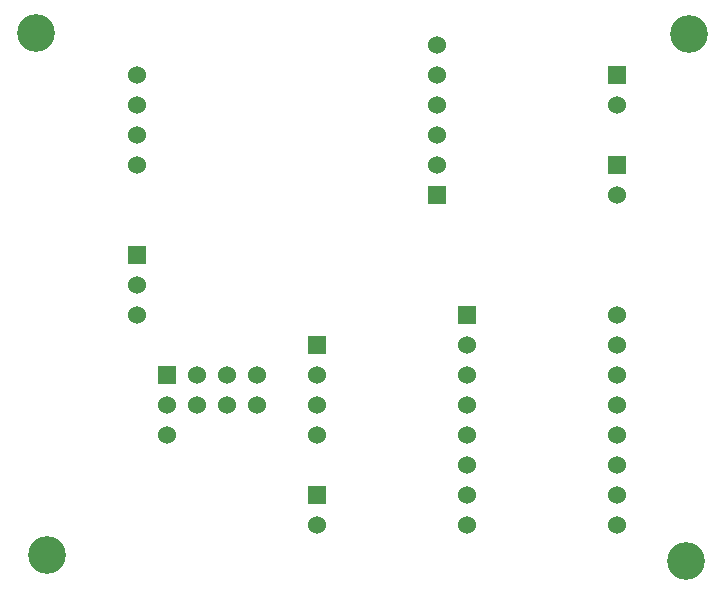
<source format=gbr>
%TF.GenerationSoftware,KiCad,Pcbnew,(6.0.2)*%
%TF.CreationDate,2023-07-03T16:13:52+01:00*%
%TF.ProjectId,Stretchy,53747265-7463-4687-992e-6b696361645f,rev?*%
%TF.SameCoordinates,Original*%
%TF.FileFunction,Soldermask,Bot*%
%TF.FilePolarity,Negative*%
%FSLAX46Y46*%
G04 Gerber Fmt 4.6, Leading zero omitted, Abs format (unit mm)*
G04 Created by KiCad (PCBNEW (6.0.2)) date 2023-07-03 16:13:52*
%MOMM*%
%LPD*%
G01*
G04 APERTURE LIST*
%ADD10R,1.530000X1.530000*%
%ADD11C,1.530000*%
%ADD12C,3.200000*%
G04 APERTURE END LIST*
D10*
%TO.C,REF1*%
X134620000Y-93980000D03*
D11*
X134620000Y-96520000D03*
X134620000Y-99060000D03*
X134620000Y-101600000D03*
X134620000Y-104140000D03*
X134620000Y-106680000D03*
X134620000Y-109220000D03*
X134620000Y-111760000D03*
X147320000Y-111760000D03*
X147320000Y-109220000D03*
X147320000Y-106680000D03*
X147320000Y-104140000D03*
X147320000Y-101600000D03*
X147320000Y-99060000D03*
X147320000Y-96520000D03*
X147320000Y-93980000D03*
%TD*%
D12*
%TO.C,REF9*%
X153416000Y-70154800D03*
%TD*%
%TO.C,REF10*%
X153162000Y-114808000D03*
%TD*%
D10*
%TO.C,REF8*%
X147320000Y-73660000D03*
D11*
X147320000Y-76200000D03*
%TD*%
D10*
%TO.C,REF3*%
X121920000Y-109220000D03*
D11*
X121920000Y-111760000D03*
%TD*%
D12*
%TO.C,REF11*%
X99060000Y-114300000D03*
%TD*%
D10*
%TO.C,REF4*%
X121931725Y-96533794D03*
D11*
X121931725Y-99073794D03*
X121931725Y-101613794D03*
X121920000Y-104140000D03*
%TD*%
D10*
%TO.C,REF2*%
X132080000Y-83820000D03*
D11*
X132080000Y-81280000D03*
X132080000Y-78740000D03*
X132080000Y-76200000D03*
X132080000Y-73660000D03*
X132080000Y-71120000D03*
X106680000Y-73660000D03*
X106680000Y-76200000D03*
X106680000Y-78740000D03*
X106680000Y-81280000D03*
%TD*%
D12*
%TO.C,REF12*%
X98171000Y-70104000D03*
%TD*%
D10*
%TO.C,REF6*%
X106680000Y-88900000D03*
D11*
X106680000Y-91440000D03*
X106680000Y-93980000D03*
%TD*%
D10*
%TO.C,REF5*%
X109220000Y-99060000D03*
D11*
X111760000Y-99060000D03*
X114300000Y-99060000D03*
X116840000Y-99060000D03*
X109220000Y-101600000D03*
X111760000Y-101600000D03*
X114300000Y-101600000D03*
X116840000Y-101600000D03*
X109220000Y-104140000D03*
%TD*%
D10*
%TO.C,REF7*%
X147320000Y-81280000D03*
D11*
X147320000Y-83820000D03*
%TD*%
M02*

</source>
